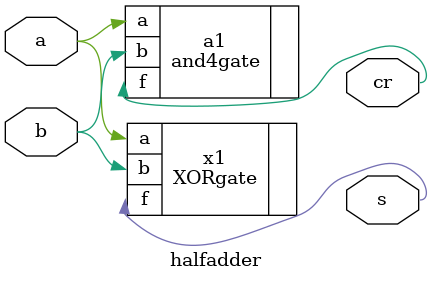
<source format=sv>
`timescale 1ns / 1ps


module halfadder(
input a,
input b,
output s,
output cr
    );
    
    and4gate a1(.f(cr),.a(a),.b(b));
    XORgate x1(.f(s),.a(a),.b(b));
    
    
    
    
endmodule

</source>
